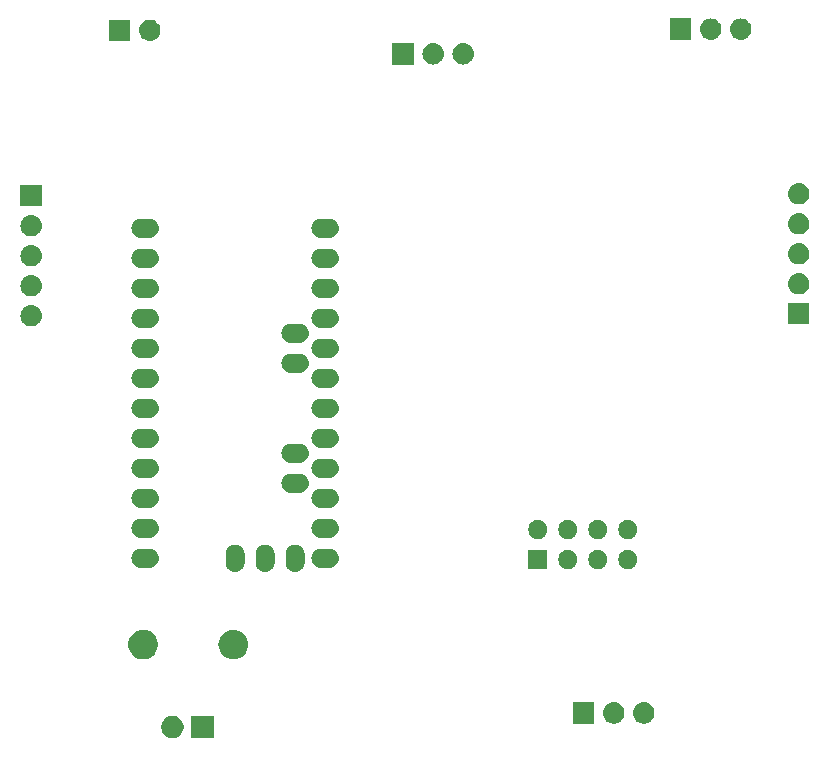
<source format=gbr>
G04 #@! TF.GenerationSoftware,KiCad,Pcbnew,5.1.2*
G04 #@! TF.CreationDate,2019-11-12T08:33:06-05:00*
G04 #@! TF.ProjectId,VS_robot_controller,56535f72-6f62-46f7-945f-636f6e74726f,rev?*
G04 #@! TF.SameCoordinates,Original*
G04 #@! TF.FileFunction,Soldermask,Bot*
G04 #@! TF.FilePolarity,Negative*
%FSLAX46Y46*%
G04 Gerber Fmt 4.6, Leading zero omitted, Abs format (unit mm)*
G04 Created by KiCad (PCBNEW 5.1.2) date 2019-11-12 08:33:06*
%MOMM*%
%LPD*%
G04 APERTURE LIST*
%ADD10C,0.100000*%
G04 APERTURE END LIST*
D10*
G36*
X188451000Y-103951000D02*
G01*
X186549000Y-103951000D01*
X186549000Y-102049000D01*
X188451000Y-102049000D01*
X188451000Y-103951000D01*
X188451000Y-103951000D01*
G37*
G36*
X185237395Y-102085546D02*
G01*
X185410466Y-102157234D01*
X185410467Y-102157235D01*
X185566227Y-102261310D01*
X185698690Y-102393773D01*
X185698691Y-102393775D01*
X185802766Y-102549534D01*
X185874454Y-102722605D01*
X185911000Y-102906333D01*
X185911000Y-103093667D01*
X185874454Y-103277395D01*
X185802766Y-103450466D01*
X185802765Y-103450467D01*
X185698690Y-103606227D01*
X185566227Y-103738690D01*
X185487818Y-103791081D01*
X185410466Y-103842766D01*
X185237395Y-103914454D01*
X185053667Y-103951000D01*
X184866333Y-103951000D01*
X184682605Y-103914454D01*
X184509534Y-103842766D01*
X184432182Y-103791081D01*
X184353773Y-103738690D01*
X184221310Y-103606227D01*
X184117235Y-103450467D01*
X184117234Y-103450466D01*
X184045546Y-103277395D01*
X184009000Y-103093667D01*
X184009000Y-102906333D01*
X184045546Y-102722605D01*
X184117234Y-102549534D01*
X184221309Y-102393775D01*
X184221310Y-102393773D01*
X184353773Y-102261310D01*
X184509533Y-102157235D01*
X184509534Y-102157234D01*
X184682605Y-102085546D01*
X184866333Y-102049000D01*
X185053667Y-102049000D01*
X185237395Y-102085546D01*
X185237395Y-102085546D01*
G37*
G36*
X222450442Y-100905518D02*
G01*
X222516627Y-100912037D01*
X222686466Y-100963557D01*
X222842991Y-101047222D01*
X222878729Y-101076552D01*
X222980186Y-101159814D01*
X223063448Y-101261271D01*
X223092778Y-101297009D01*
X223176443Y-101453534D01*
X223227963Y-101623373D01*
X223245359Y-101800000D01*
X223227963Y-101976627D01*
X223176443Y-102146466D01*
X223092778Y-102302991D01*
X223063448Y-102338729D01*
X222980186Y-102440186D01*
X222878729Y-102523448D01*
X222842991Y-102552778D01*
X222686466Y-102636443D01*
X222516627Y-102687963D01*
X222450443Y-102694481D01*
X222384260Y-102701000D01*
X222295740Y-102701000D01*
X222229557Y-102694481D01*
X222163373Y-102687963D01*
X221993534Y-102636443D01*
X221837009Y-102552778D01*
X221801271Y-102523448D01*
X221699814Y-102440186D01*
X221616552Y-102338729D01*
X221587222Y-102302991D01*
X221503557Y-102146466D01*
X221452037Y-101976627D01*
X221434641Y-101800000D01*
X221452037Y-101623373D01*
X221503557Y-101453534D01*
X221587222Y-101297009D01*
X221616552Y-101261271D01*
X221699814Y-101159814D01*
X221801271Y-101076552D01*
X221837009Y-101047222D01*
X221993534Y-100963557D01*
X222163373Y-100912037D01*
X222229557Y-100905519D01*
X222295740Y-100899000D01*
X222384260Y-100899000D01*
X222450442Y-100905518D01*
X222450442Y-100905518D01*
G37*
G36*
X224990442Y-100905518D02*
G01*
X225056627Y-100912037D01*
X225226466Y-100963557D01*
X225382991Y-101047222D01*
X225418729Y-101076552D01*
X225520186Y-101159814D01*
X225603448Y-101261271D01*
X225632778Y-101297009D01*
X225716443Y-101453534D01*
X225767963Y-101623373D01*
X225785359Y-101800000D01*
X225767963Y-101976627D01*
X225716443Y-102146466D01*
X225632778Y-102302991D01*
X225603448Y-102338729D01*
X225520186Y-102440186D01*
X225418729Y-102523448D01*
X225382991Y-102552778D01*
X225226466Y-102636443D01*
X225056627Y-102687963D01*
X224990443Y-102694481D01*
X224924260Y-102701000D01*
X224835740Y-102701000D01*
X224769557Y-102694481D01*
X224703373Y-102687963D01*
X224533534Y-102636443D01*
X224377009Y-102552778D01*
X224341271Y-102523448D01*
X224239814Y-102440186D01*
X224156552Y-102338729D01*
X224127222Y-102302991D01*
X224043557Y-102146466D01*
X223992037Y-101976627D01*
X223974641Y-101800000D01*
X223992037Y-101623373D01*
X224043557Y-101453534D01*
X224127222Y-101297009D01*
X224156552Y-101261271D01*
X224239814Y-101159814D01*
X224341271Y-101076552D01*
X224377009Y-101047222D01*
X224533534Y-100963557D01*
X224703373Y-100912037D01*
X224769557Y-100905519D01*
X224835740Y-100899000D01*
X224924260Y-100899000D01*
X224990442Y-100905518D01*
X224990442Y-100905518D01*
G37*
G36*
X220701000Y-102701000D02*
G01*
X218899000Y-102701000D01*
X218899000Y-100899000D01*
X220701000Y-100899000D01*
X220701000Y-102701000D01*
X220701000Y-102701000D01*
G37*
G36*
X190365239Y-94767101D02*
G01*
X190601053Y-94838634D01*
X190818381Y-94954799D01*
X191008871Y-95111129D01*
X191165201Y-95301619D01*
X191281366Y-95518947D01*
X191352899Y-95754761D01*
X191377053Y-96000000D01*
X191352899Y-96245239D01*
X191281366Y-96481053D01*
X191165201Y-96698381D01*
X191008871Y-96888871D01*
X190818381Y-97045201D01*
X190601053Y-97161366D01*
X190365239Y-97232899D01*
X190181457Y-97251000D01*
X190058543Y-97251000D01*
X189874761Y-97232899D01*
X189638947Y-97161366D01*
X189421619Y-97045201D01*
X189231129Y-96888871D01*
X189074799Y-96698381D01*
X188958634Y-96481053D01*
X188887101Y-96245239D01*
X188862947Y-96000000D01*
X188887101Y-95754761D01*
X188958634Y-95518947D01*
X189074799Y-95301619D01*
X189231129Y-95111129D01*
X189421619Y-94954799D01*
X189638947Y-94838634D01*
X189874761Y-94767101D01*
X190058543Y-94749000D01*
X190181457Y-94749000D01*
X190365239Y-94767101D01*
X190365239Y-94767101D01*
G37*
G36*
X182864903Y-94797075D02*
G01*
X182965236Y-94838634D01*
X183092571Y-94891378D01*
X183297466Y-95028285D01*
X183471715Y-95202534D01*
X183608622Y-95407429D01*
X183702925Y-95635097D01*
X183751000Y-95876787D01*
X183751000Y-96123213D01*
X183702925Y-96364903D01*
X183608622Y-96592571D01*
X183471715Y-96797466D01*
X183297466Y-96971715D01*
X183092571Y-97108622D01*
X183092570Y-97108623D01*
X183092569Y-97108623D01*
X182864903Y-97202925D01*
X182623214Y-97251000D01*
X182376786Y-97251000D01*
X182135097Y-97202925D01*
X181907431Y-97108623D01*
X181907430Y-97108623D01*
X181907429Y-97108622D01*
X181702534Y-96971715D01*
X181528285Y-96797466D01*
X181391378Y-96592571D01*
X181297075Y-96364903D01*
X181249000Y-96123213D01*
X181249000Y-95876787D01*
X181297075Y-95635097D01*
X181391378Y-95407429D01*
X181528285Y-95202534D01*
X181702534Y-95028285D01*
X181907429Y-94891378D01*
X182034765Y-94838634D01*
X182135097Y-94797075D01*
X182376786Y-94749000D01*
X182623214Y-94749000D01*
X182864903Y-94797075D01*
X182864903Y-94797075D01*
G37*
G36*
X192972135Y-87555778D02*
G01*
X193123232Y-87601613D01*
X193262483Y-87676044D01*
X193384538Y-87776212D01*
X193484706Y-87898267D01*
X193559137Y-88037518D01*
X193604972Y-88188615D01*
X193616570Y-88306375D01*
X193616570Y-89083625D01*
X193604972Y-89201385D01*
X193559137Y-89352482D01*
X193484706Y-89491733D01*
X193384538Y-89613788D01*
X193262482Y-89713956D01*
X193123231Y-89788387D01*
X192972134Y-89834222D01*
X192815000Y-89849698D01*
X192657865Y-89834222D01*
X192506768Y-89788387D01*
X192367517Y-89713956D01*
X192245462Y-89613788D01*
X192145294Y-89491732D01*
X192070863Y-89352481D01*
X192025028Y-89201384D01*
X192013430Y-89083624D01*
X192013430Y-88306375D01*
X192025028Y-88188615D01*
X192025028Y-88188614D01*
X192070863Y-88037519D01*
X192145293Y-87898271D01*
X192145295Y-87898267D01*
X192245463Y-87776212D01*
X192367518Y-87676044D01*
X192506769Y-87601613D01*
X192657866Y-87555778D01*
X192815000Y-87540302D01*
X192972135Y-87555778D01*
X192972135Y-87555778D01*
G37*
G36*
X195512135Y-87555778D02*
G01*
X195663232Y-87601613D01*
X195802483Y-87676044D01*
X195924538Y-87776212D01*
X196024706Y-87898267D01*
X196099137Y-88037518D01*
X196144972Y-88188615D01*
X196156570Y-88306375D01*
X196156570Y-89083625D01*
X196144972Y-89201385D01*
X196099137Y-89352482D01*
X196024706Y-89491733D01*
X195924538Y-89613788D01*
X195802482Y-89713956D01*
X195663231Y-89788387D01*
X195512134Y-89834222D01*
X195355000Y-89849698D01*
X195197865Y-89834222D01*
X195046768Y-89788387D01*
X194907517Y-89713956D01*
X194785462Y-89613788D01*
X194685294Y-89491732D01*
X194610863Y-89352481D01*
X194565028Y-89201384D01*
X194553430Y-89083624D01*
X194553430Y-88306375D01*
X194565028Y-88188615D01*
X194565028Y-88188614D01*
X194610863Y-88037519D01*
X194685293Y-87898271D01*
X194685295Y-87898267D01*
X194785463Y-87776212D01*
X194907518Y-87676044D01*
X195046769Y-87601613D01*
X195197866Y-87555778D01*
X195355000Y-87540302D01*
X195512135Y-87555778D01*
X195512135Y-87555778D01*
G37*
G36*
X190432135Y-87555778D02*
G01*
X190583232Y-87601613D01*
X190722483Y-87676044D01*
X190844538Y-87776212D01*
X190944706Y-87898267D01*
X191019137Y-88037518D01*
X191064972Y-88188615D01*
X191076570Y-88306375D01*
X191076570Y-89083625D01*
X191064972Y-89201385D01*
X191019137Y-89352482D01*
X190944706Y-89491733D01*
X190844538Y-89613788D01*
X190722482Y-89713956D01*
X190583231Y-89788387D01*
X190432134Y-89834222D01*
X190275000Y-89849698D01*
X190117865Y-89834222D01*
X189966768Y-89788387D01*
X189827517Y-89713956D01*
X189705462Y-89613788D01*
X189605294Y-89491732D01*
X189530863Y-89352481D01*
X189485028Y-89201384D01*
X189473430Y-89083624D01*
X189473430Y-88306375D01*
X189485028Y-88188615D01*
X189485028Y-88188614D01*
X189530863Y-88037519D01*
X189605293Y-87898271D01*
X189605295Y-87898267D01*
X189705463Y-87776212D01*
X189827518Y-87676044D01*
X189966769Y-87601613D01*
X190117866Y-87555778D01*
X190275000Y-87540302D01*
X190432135Y-87555778D01*
X190432135Y-87555778D01*
G37*
G36*
X216713000Y-89613000D02*
G01*
X215087000Y-89613000D01*
X215087000Y-87987000D01*
X216713000Y-87987000D01*
X216713000Y-89613000D01*
X216713000Y-89613000D01*
G37*
G36*
X218677142Y-88018242D02*
G01*
X218825101Y-88079529D01*
X218958255Y-88168499D01*
X219071501Y-88281745D01*
X219160471Y-88414899D01*
X219221758Y-88562858D01*
X219253000Y-88719925D01*
X219253000Y-88880075D01*
X219221758Y-89037142D01*
X219160471Y-89185101D01*
X219071501Y-89318255D01*
X218958255Y-89431501D01*
X218825101Y-89520471D01*
X218677142Y-89581758D01*
X218520075Y-89613000D01*
X218359925Y-89613000D01*
X218202858Y-89581758D01*
X218054899Y-89520471D01*
X217921745Y-89431501D01*
X217808499Y-89318255D01*
X217719529Y-89185101D01*
X217658242Y-89037142D01*
X217627000Y-88880075D01*
X217627000Y-88719925D01*
X217658242Y-88562858D01*
X217719529Y-88414899D01*
X217808499Y-88281745D01*
X217921745Y-88168499D01*
X218054899Y-88079529D01*
X218202858Y-88018242D01*
X218359925Y-87987000D01*
X218520075Y-87987000D01*
X218677142Y-88018242D01*
X218677142Y-88018242D01*
G37*
G36*
X221217142Y-88018242D02*
G01*
X221365101Y-88079529D01*
X221498255Y-88168499D01*
X221611501Y-88281745D01*
X221700471Y-88414899D01*
X221761758Y-88562858D01*
X221793000Y-88719925D01*
X221793000Y-88880075D01*
X221761758Y-89037142D01*
X221700471Y-89185101D01*
X221611501Y-89318255D01*
X221498255Y-89431501D01*
X221365101Y-89520471D01*
X221217142Y-89581758D01*
X221060075Y-89613000D01*
X220899925Y-89613000D01*
X220742858Y-89581758D01*
X220594899Y-89520471D01*
X220461745Y-89431501D01*
X220348499Y-89318255D01*
X220259529Y-89185101D01*
X220198242Y-89037142D01*
X220167000Y-88880075D01*
X220167000Y-88719925D01*
X220198242Y-88562858D01*
X220259529Y-88414899D01*
X220348499Y-88281745D01*
X220461745Y-88168499D01*
X220594899Y-88079529D01*
X220742858Y-88018242D01*
X220899925Y-87987000D01*
X221060075Y-87987000D01*
X221217142Y-88018242D01*
X221217142Y-88018242D01*
G37*
G36*
X223757142Y-88018242D02*
G01*
X223905101Y-88079529D01*
X224038255Y-88168499D01*
X224151501Y-88281745D01*
X224240471Y-88414899D01*
X224301758Y-88562858D01*
X224333000Y-88719925D01*
X224333000Y-88880075D01*
X224301758Y-89037142D01*
X224240471Y-89185101D01*
X224151501Y-89318255D01*
X224038255Y-89431501D01*
X223905101Y-89520471D01*
X223757142Y-89581758D01*
X223600075Y-89613000D01*
X223439925Y-89613000D01*
X223282858Y-89581758D01*
X223134899Y-89520471D01*
X223001745Y-89431501D01*
X222888499Y-89318255D01*
X222799529Y-89185101D01*
X222738242Y-89037142D01*
X222707000Y-88880075D01*
X222707000Y-88719925D01*
X222738242Y-88562858D01*
X222799529Y-88414899D01*
X222888499Y-88281745D01*
X223001745Y-88168499D01*
X223134899Y-88079529D01*
X223282858Y-88018242D01*
X223439925Y-87987000D01*
X223600075Y-87987000D01*
X223757142Y-88018242D01*
X223757142Y-88018242D01*
G37*
G36*
X198322878Y-87897296D02*
G01*
X198401385Y-87905028D01*
X198552482Y-87950863D01*
X198691733Y-88025294D01*
X198813788Y-88125462D01*
X198913956Y-88247517D01*
X198988387Y-88386768D01*
X199034222Y-88537865D01*
X199049698Y-88695000D01*
X199034222Y-88852135D01*
X198988387Y-89003232D01*
X198913956Y-89142483D01*
X198813788Y-89264538D01*
X198691733Y-89364706D01*
X198552482Y-89439137D01*
X198401385Y-89484972D01*
X198332737Y-89491733D01*
X198283626Y-89496570D01*
X197506374Y-89496570D01*
X197457263Y-89491733D01*
X197388615Y-89484972D01*
X197237518Y-89439137D01*
X197098267Y-89364706D01*
X196976212Y-89264538D01*
X196876044Y-89142483D01*
X196801613Y-89003232D01*
X196755778Y-88852135D01*
X196740302Y-88695000D01*
X196755778Y-88537865D01*
X196801613Y-88386768D01*
X196876044Y-88247517D01*
X196976212Y-88125462D01*
X197098267Y-88025294D01*
X197237518Y-87950863D01*
X197388615Y-87905028D01*
X197467122Y-87897296D01*
X197506374Y-87893430D01*
X198283626Y-87893430D01*
X198322878Y-87897296D01*
X198322878Y-87897296D01*
G37*
G36*
X183082878Y-87897296D02*
G01*
X183161385Y-87905028D01*
X183312482Y-87950863D01*
X183451733Y-88025294D01*
X183573788Y-88125462D01*
X183673956Y-88247517D01*
X183748387Y-88386768D01*
X183794222Y-88537865D01*
X183809698Y-88695000D01*
X183794222Y-88852135D01*
X183748387Y-89003232D01*
X183673956Y-89142483D01*
X183573788Y-89264538D01*
X183451733Y-89364706D01*
X183312482Y-89439137D01*
X183161385Y-89484972D01*
X183092737Y-89491733D01*
X183043626Y-89496570D01*
X182266374Y-89496570D01*
X182217263Y-89491733D01*
X182148615Y-89484972D01*
X181997518Y-89439137D01*
X181858267Y-89364706D01*
X181736212Y-89264538D01*
X181636044Y-89142483D01*
X181561613Y-89003232D01*
X181515778Y-88852135D01*
X181500302Y-88695000D01*
X181515778Y-88537865D01*
X181561613Y-88386768D01*
X181636044Y-88247517D01*
X181736212Y-88125462D01*
X181858267Y-88025294D01*
X181997518Y-87950863D01*
X182148615Y-87905028D01*
X182227122Y-87897296D01*
X182266374Y-87893430D01*
X183043626Y-87893430D01*
X183082878Y-87897296D01*
X183082878Y-87897296D01*
G37*
G36*
X221217142Y-85478242D02*
G01*
X221365101Y-85539529D01*
X221498255Y-85628499D01*
X221611501Y-85741745D01*
X221700471Y-85874899D01*
X221761758Y-86022858D01*
X221793000Y-86179925D01*
X221793000Y-86340075D01*
X221761758Y-86497142D01*
X221700471Y-86645101D01*
X221611501Y-86778255D01*
X221498255Y-86891501D01*
X221365101Y-86980471D01*
X221217142Y-87041758D01*
X221060075Y-87073000D01*
X220899925Y-87073000D01*
X220742858Y-87041758D01*
X220594899Y-86980471D01*
X220461745Y-86891501D01*
X220348499Y-86778255D01*
X220259529Y-86645101D01*
X220198242Y-86497142D01*
X220167000Y-86340075D01*
X220167000Y-86179925D01*
X220198242Y-86022858D01*
X220259529Y-85874899D01*
X220348499Y-85741745D01*
X220461745Y-85628499D01*
X220594899Y-85539529D01*
X220742858Y-85478242D01*
X220899925Y-85447000D01*
X221060075Y-85447000D01*
X221217142Y-85478242D01*
X221217142Y-85478242D01*
G37*
G36*
X216137142Y-85478242D02*
G01*
X216285101Y-85539529D01*
X216418255Y-85628499D01*
X216531501Y-85741745D01*
X216620471Y-85874899D01*
X216681758Y-86022858D01*
X216713000Y-86179925D01*
X216713000Y-86340075D01*
X216681758Y-86497142D01*
X216620471Y-86645101D01*
X216531501Y-86778255D01*
X216418255Y-86891501D01*
X216285101Y-86980471D01*
X216137142Y-87041758D01*
X215980075Y-87073000D01*
X215819925Y-87073000D01*
X215662858Y-87041758D01*
X215514899Y-86980471D01*
X215381745Y-86891501D01*
X215268499Y-86778255D01*
X215179529Y-86645101D01*
X215118242Y-86497142D01*
X215087000Y-86340075D01*
X215087000Y-86179925D01*
X215118242Y-86022858D01*
X215179529Y-85874899D01*
X215268499Y-85741745D01*
X215381745Y-85628499D01*
X215514899Y-85539529D01*
X215662858Y-85478242D01*
X215819925Y-85447000D01*
X215980075Y-85447000D01*
X216137142Y-85478242D01*
X216137142Y-85478242D01*
G37*
G36*
X218677142Y-85478242D02*
G01*
X218825101Y-85539529D01*
X218958255Y-85628499D01*
X219071501Y-85741745D01*
X219160471Y-85874899D01*
X219221758Y-86022858D01*
X219253000Y-86179925D01*
X219253000Y-86340075D01*
X219221758Y-86497142D01*
X219160471Y-86645101D01*
X219071501Y-86778255D01*
X218958255Y-86891501D01*
X218825101Y-86980471D01*
X218677142Y-87041758D01*
X218520075Y-87073000D01*
X218359925Y-87073000D01*
X218202858Y-87041758D01*
X218054899Y-86980471D01*
X217921745Y-86891501D01*
X217808499Y-86778255D01*
X217719529Y-86645101D01*
X217658242Y-86497142D01*
X217627000Y-86340075D01*
X217627000Y-86179925D01*
X217658242Y-86022858D01*
X217719529Y-85874899D01*
X217808499Y-85741745D01*
X217921745Y-85628499D01*
X218054899Y-85539529D01*
X218202858Y-85478242D01*
X218359925Y-85447000D01*
X218520075Y-85447000D01*
X218677142Y-85478242D01*
X218677142Y-85478242D01*
G37*
G36*
X223757142Y-85478242D02*
G01*
X223905101Y-85539529D01*
X224038255Y-85628499D01*
X224151501Y-85741745D01*
X224240471Y-85874899D01*
X224301758Y-86022858D01*
X224333000Y-86179925D01*
X224333000Y-86340075D01*
X224301758Y-86497142D01*
X224240471Y-86645101D01*
X224151501Y-86778255D01*
X224038255Y-86891501D01*
X223905101Y-86980471D01*
X223757142Y-87041758D01*
X223600075Y-87073000D01*
X223439925Y-87073000D01*
X223282858Y-87041758D01*
X223134899Y-86980471D01*
X223001745Y-86891501D01*
X222888499Y-86778255D01*
X222799529Y-86645101D01*
X222738242Y-86497142D01*
X222707000Y-86340075D01*
X222707000Y-86179925D01*
X222738242Y-86022858D01*
X222799529Y-85874899D01*
X222888499Y-85741745D01*
X223001745Y-85628499D01*
X223134899Y-85539529D01*
X223282858Y-85478242D01*
X223439925Y-85447000D01*
X223600075Y-85447000D01*
X223757142Y-85478242D01*
X223757142Y-85478242D01*
G37*
G36*
X198322878Y-85357296D02*
G01*
X198401385Y-85365028D01*
X198552482Y-85410863D01*
X198691733Y-85485294D01*
X198813788Y-85585462D01*
X198913956Y-85707517D01*
X198988387Y-85846768D01*
X199034222Y-85997865D01*
X199049698Y-86155000D01*
X199034222Y-86312135D01*
X198988387Y-86463232D01*
X198913956Y-86602483D01*
X198813788Y-86724538D01*
X198691733Y-86824706D01*
X198552482Y-86899137D01*
X198401385Y-86944972D01*
X198322878Y-86952704D01*
X198283626Y-86956570D01*
X197506374Y-86956570D01*
X197467122Y-86952704D01*
X197388615Y-86944972D01*
X197237518Y-86899137D01*
X197098267Y-86824706D01*
X196976212Y-86724538D01*
X196876044Y-86602483D01*
X196801613Y-86463232D01*
X196755778Y-86312135D01*
X196740302Y-86155000D01*
X196755778Y-85997865D01*
X196801613Y-85846768D01*
X196876044Y-85707517D01*
X196976212Y-85585462D01*
X197098267Y-85485294D01*
X197237518Y-85410863D01*
X197388615Y-85365028D01*
X197467122Y-85357296D01*
X197506374Y-85353430D01*
X198283626Y-85353430D01*
X198322878Y-85357296D01*
X198322878Y-85357296D01*
G37*
G36*
X183082878Y-85357296D02*
G01*
X183161385Y-85365028D01*
X183312482Y-85410863D01*
X183451733Y-85485294D01*
X183573788Y-85585462D01*
X183673956Y-85707517D01*
X183748387Y-85846768D01*
X183794222Y-85997865D01*
X183809698Y-86155000D01*
X183794222Y-86312135D01*
X183748387Y-86463232D01*
X183673956Y-86602483D01*
X183573788Y-86724538D01*
X183451733Y-86824706D01*
X183312482Y-86899137D01*
X183161385Y-86944972D01*
X183082878Y-86952704D01*
X183043626Y-86956570D01*
X182266374Y-86956570D01*
X182227122Y-86952704D01*
X182148615Y-86944972D01*
X181997518Y-86899137D01*
X181858267Y-86824706D01*
X181736212Y-86724538D01*
X181636044Y-86602483D01*
X181561613Y-86463232D01*
X181515778Y-86312135D01*
X181500302Y-86155000D01*
X181515778Y-85997865D01*
X181561613Y-85846768D01*
X181636044Y-85707517D01*
X181736212Y-85585462D01*
X181858267Y-85485294D01*
X181997518Y-85410863D01*
X182148615Y-85365028D01*
X182227122Y-85357296D01*
X182266374Y-85353430D01*
X183043626Y-85353430D01*
X183082878Y-85357296D01*
X183082878Y-85357296D01*
G37*
G36*
X183082878Y-82817296D02*
G01*
X183161385Y-82825028D01*
X183312482Y-82870863D01*
X183451733Y-82945294D01*
X183573788Y-83045462D01*
X183673956Y-83167517D01*
X183748387Y-83306768D01*
X183794222Y-83457865D01*
X183809698Y-83615000D01*
X183794222Y-83772135D01*
X183748387Y-83923232D01*
X183673956Y-84062483D01*
X183573788Y-84184538D01*
X183451733Y-84284706D01*
X183312482Y-84359137D01*
X183161385Y-84404972D01*
X183082878Y-84412704D01*
X183043626Y-84416570D01*
X182266374Y-84416570D01*
X182227122Y-84412704D01*
X182148615Y-84404972D01*
X181997518Y-84359137D01*
X181858267Y-84284706D01*
X181736212Y-84184538D01*
X181636044Y-84062483D01*
X181561613Y-83923232D01*
X181515778Y-83772135D01*
X181500302Y-83615000D01*
X181515778Y-83457865D01*
X181561613Y-83306768D01*
X181636044Y-83167517D01*
X181736212Y-83045462D01*
X181858267Y-82945294D01*
X181997518Y-82870863D01*
X182148615Y-82825028D01*
X182227122Y-82817296D01*
X182266374Y-82813430D01*
X183043626Y-82813430D01*
X183082878Y-82817296D01*
X183082878Y-82817296D01*
G37*
G36*
X198322878Y-82817296D02*
G01*
X198401385Y-82825028D01*
X198552482Y-82870863D01*
X198691733Y-82945294D01*
X198813788Y-83045462D01*
X198913956Y-83167517D01*
X198988387Y-83306768D01*
X199034222Y-83457865D01*
X199049698Y-83615000D01*
X199034222Y-83772135D01*
X198988387Y-83923232D01*
X198913956Y-84062483D01*
X198813788Y-84184538D01*
X198691733Y-84284706D01*
X198552482Y-84359137D01*
X198401385Y-84404972D01*
X198322878Y-84412704D01*
X198283626Y-84416570D01*
X197506374Y-84416570D01*
X197467122Y-84412704D01*
X197388615Y-84404972D01*
X197237518Y-84359137D01*
X197098267Y-84284706D01*
X196976212Y-84184538D01*
X196876044Y-84062483D01*
X196801613Y-83923232D01*
X196755778Y-83772135D01*
X196740302Y-83615000D01*
X196755778Y-83457865D01*
X196801613Y-83306768D01*
X196876044Y-83167517D01*
X196976212Y-83045462D01*
X197098267Y-82945294D01*
X197237518Y-82870863D01*
X197388615Y-82825028D01*
X197467122Y-82817296D01*
X197506374Y-82813430D01*
X198283626Y-82813430D01*
X198322878Y-82817296D01*
X198322878Y-82817296D01*
G37*
G36*
X195782878Y-81547296D02*
G01*
X195861385Y-81555028D01*
X196012482Y-81600863D01*
X196151733Y-81675294D01*
X196273788Y-81775462D01*
X196373956Y-81897517D01*
X196448387Y-82036768D01*
X196494222Y-82187865D01*
X196509698Y-82345000D01*
X196494222Y-82502135D01*
X196448387Y-82653232D01*
X196373956Y-82792483D01*
X196273788Y-82914538D01*
X196151733Y-83014706D01*
X196012482Y-83089137D01*
X195861385Y-83134972D01*
X195782878Y-83142704D01*
X195743626Y-83146570D01*
X194966374Y-83146570D01*
X194927122Y-83142704D01*
X194848615Y-83134972D01*
X194697518Y-83089137D01*
X194558267Y-83014706D01*
X194436212Y-82914538D01*
X194336044Y-82792483D01*
X194261613Y-82653232D01*
X194215778Y-82502135D01*
X194200302Y-82345000D01*
X194215778Y-82187865D01*
X194261613Y-82036768D01*
X194336044Y-81897517D01*
X194436212Y-81775462D01*
X194558267Y-81675294D01*
X194697518Y-81600863D01*
X194848615Y-81555028D01*
X194927122Y-81547296D01*
X194966374Y-81543430D01*
X195743626Y-81543430D01*
X195782878Y-81547296D01*
X195782878Y-81547296D01*
G37*
G36*
X198322878Y-80277296D02*
G01*
X198401385Y-80285028D01*
X198552482Y-80330863D01*
X198691733Y-80405294D01*
X198813788Y-80505462D01*
X198913956Y-80627517D01*
X198988387Y-80766768D01*
X199034222Y-80917865D01*
X199049698Y-81075000D01*
X199034222Y-81232135D01*
X198988387Y-81383232D01*
X198913956Y-81522483D01*
X198813788Y-81644538D01*
X198691733Y-81744706D01*
X198552482Y-81819137D01*
X198401385Y-81864972D01*
X198322878Y-81872704D01*
X198283626Y-81876570D01*
X197506374Y-81876570D01*
X197467122Y-81872704D01*
X197388615Y-81864972D01*
X197237518Y-81819137D01*
X197098267Y-81744706D01*
X196976212Y-81644538D01*
X196876044Y-81522483D01*
X196801613Y-81383232D01*
X196755778Y-81232135D01*
X196740302Y-81075000D01*
X196755778Y-80917865D01*
X196801613Y-80766768D01*
X196876044Y-80627517D01*
X196976212Y-80505462D01*
X197098267Y-80405294D01*
X197237518Y-80330863D01*
X197388615Y-80285028D01*
X197467122Y-80277296D01*
X197506374Y-80273430D01*
X198283626Y-80273430D01*
X198322878Y-80277296D01*
X198322878Y-80277296D01*
G37*
G36*
X183082878Y-80277296D02*
G01*
X183161385Y-80285028D01*
X183312482Y-80330863D01*
X183451733Y-80405294D01*
X183573788Y-80505462D01*
X183673956Y-80627517D01*
X183748387Y-80766768D01*
X183794222Y-80917865D01*
X183809698Y-81075000D01*
X183794222Y-81232135D01*
X183748387Y-81383232D01*
X183673956Y-81522483D01*
X183573788Y-81644538D01*
X183451733Y-81744706D01*
X183312482Y-81819137D01*
X183161385Y-81864972D01*
X183082878Y-81872704D01*
X183043626Y-81876570D01*
X182266374Y-81876570D01*
X182227122Y-81872704D01*
X182148615Y-81864972D01*
X181997518Y-81819137D01*
X181858267Y-81744706D01*
X181736212Y-81644538D01*
X181636044Y-81522483D01*
X181561613Y-81383232D01*
X181515778Y-81232135D01*
X181500302Y-81075000D01*
X181515778Y-80917865D01*
X181561613Y-80766768D01*
X181636044Y-80627517D01*
X181736212Y-80505462D01*
X181858267Y-80405294D01*
X181997518Y-80330863D01*
X182148615Y-80285028D01*
X182227122Y-80277296D01*
X182266374Y-80273430D01*
X183043626Y-80273430D01*
X183082878Y-80277296D01*
X183082878Y-80277296D01*
G37*
G36*
X195782878Y-79007296D02*
G01*
X195861385Y-79015028D01*
X196012482Y-79060863D01*
X196151733Y-79135294D01*
X196273788Y-79235462D01*
X196373956Y-79357517D01*
X196448387Y-79496768D01*
X196494222Y-79647865D01*
X196509698Y-79805000D01*
X196494222Y-79962135D01*
X196448387Y-80113232D01*
X196373956Y-80252483D01*
X196273788Y-80374538D01*
X196151733Y-80474706D01*
X196012482Y-80549137D01*
X195861385Y-80594972D01*
X195782878Y-80602704D01*
X195743626Y-80606570D01*
X194966374Y-80606570D01*
X194927122Y-80602704D01*
X194848615Y-80594972D01*
X194697518Y-80549137D01*
X194558267Y-80474706D01*
X194436212Y-80374538D01*
X194336044Y-80252483D01*
X194261613Y-80113232D01*
X194215778Y-79962135D01*
X194200302Y-79805000D01*
X194215778Y-79647865D01*
X194261613Y-79496768D01*
X194336044Y-79357517D01*
X194436212Y-79235462D01*
X194558267Y-79135294D01*
X194697518Y-79060863D01*
X194848615Y-79015028D01*
X194927122Y-79007296D01*
X194966374Y-79003430D01*
X195743626Y-79003430D01*
X195782878Y-79007296D01*
X195782878Y-79007296D01*
G37*
G36*
X183082878Y-77737296D02*
G01*
X183161385Y-77745028D01*
X183312482Y-77790863D01*
X183451733Y-77865294D01*
X183573788Y-77965462D01*
X183673956Y-78087517D01*
X183748387Y-78226768D01*
X183794222Y-78377865D01*
X183809698Y-78535000D01*
X183794222Y-78692135D01*
X183748387Y-78843232D01*
X183673956Y-78982483D01*
X183573788Y-79104538D01*
X183451733Y-79204706D01*
X183312482Y-79279137D01*
X183161385Y-79324972D01*
X183082878Y-79332704D01*
X183043626Y-79336570D01*
X182266374Y-79336570D01*
X182227122Y-79332704D01*
X182148615Y-79324972D01*
X181997518Y-79279137D01*
X181858267Y-79204706D01*
X181736212Y-79104538D01*
X181636044Y-78982483D01*
X181561613Y-78843232D01*
X181515778Y-78692135D01*
X181500302Y-78535000D01*
X181515778Y-78377865D01*
X181561613Y-78226768D01*
X181636044Y-78087517D01*
X181736212Y-77965462D01*
X181858267Y-77865294D01*
X181997518Y-77790863D01*
X182148615Y-77745028D01*
X182227122Y-77737296D01*
X182266374Y-77733430D01*
X183043626Y-77733430D01*
X183082878Y-77737296D01*
X183082878Y-77737296D01*
G37*
G36*
X198322878Y-77737296D02*
G01*
X198401385Y-77745028D01*
X198552482Y-77790863D01*
X198691733Y-77865294D01*
X198813788Y-77965462D01*
X198913956Y-78087517D01*
X198988387Y-78226768D01*
X199034222Y-78377865D01*
X199049698Y-78535000D01*
X199034222Y-78692135D01*
X198988387Y-78843232D01*
X198913956Y-78982483D01*
X198813788Y-79104538D01*
X198691733Y-79204706D01*
X198552482Y-79279137D01*
X198401385Y-79324972D01*
X198322878Y-79332704D01*
X198283626Y-79336570D01*
X197506374Y-79336570D01*
X197467122Y-79332704D01*
X197388615Y-79324972D01*
X197237518Y-79279137D01*
X197098267Y-79204706D01*
X196976212Y-79104538D01*
X196876044Y-78982483D01*
X196801613Y-78843232D01*
X196755778Y-78692135D01*
X196740302Y-78535000D01*
X196755778Y-78377865D01*
X196801613Y-78226768D01*
X196876044Y-78087517D01*
X196976212Y-77965462D01*
X197098267Y-77865294D01*
X197237518Y-77790863D01*
X197388615Y-77745028D01*
X197467122Y-77737296D01*
X197506374Y-77733430D01*
X198283626Y-77733430D01*
X198322878Y-77737296D01*
X198322878Y-77737296D01*
G37*
G36*
X183082878Y-75197296D02*
G01*
X183161385Y-75205028D01*
X183312482Y-75250863D01*
X183451733Y-75325294D01*
X183573788Y-75425462D01*
X183673956Y-75547517D01*
X183748387Y-75686768D01*
X183794222Y-75837865D01*
X183809698Y-75995000D01*
X183794222Y-76152135D01*
X183748387Y-76303232D01*
X183673956Y-76442483D01*
X183573788Y-76564538D01*
X183451733Y-76664706D01*
X183312482Y-76739137D01*
X183161385Y-76784972D01*
X183082878Y-76792704D01*
X183043626Y-76796570D01*
X182266374Y-76796570D01*
X182227122Y-76792704D01*
X182148615Y-76784972D01*
X181997518Y-76739137D01*
X181858267Y-76664706D01*
X181736212Y-76564538D01*
X181636044Y-76442483D01*
X181561613Y-76303232D01*
X181515778Y-76152135D01*
X181500302Y-75995000D01*
X181515778Y-75837865D01*
X181561613Y-75686768D01*
X181636044Y-75547517D01*
X181736212Y-75425462D01*
X181858267Y-75325294D01*
X181997518Y-75250863D01*
X182148615Y-75205028D01*
X182227122Y-75197296D01*
X182266374Y-75193430D01*
X183043626Y-75193430D01*
X183082878Y-75197296D01*
X183082878Y-75197296D01*
G37*
G36*
X198322878Y-75197296D02*
G01*
X198401385Y-75205028D01*
X198552482Y-75250863D01*
X198691733Y-75325294D01*
X198813788Y-75425462D01*
X198913956Y-75547517D01*
X198988387Y-75686768D01*
X199034222Y-75837865D01*
X199049698Y-75995000D01*
X199034222Y-76152135D01*
X198988387Y-76303232D01*
X198913956Y-76442483D01*
X198813788Y-76564538D01*
X198691733Y-76664706D01*
X198552482Y-76739137D01*
X198401385Y-76784972D01*
X198322878Y-76792704D01*
X198283626Y-76796570D01*
X197506374Y-76796570D01*
X197467122Y-76792704D01*
X197388615Y-76784972D01*
X197237518Y-76739137D01*
X197098267Y-76664706D01*
X196976212Y-76564538D01*
X196876044Y-76442483D01*
X196801613Y-76303232D01*
X196755778Y-76152135D01*
X196740302Y-75995000D01*
X196755778Y-75837865D01*
X196801613Y-75686768D01*
X196876044Y-75547517D01*
X196976212Y-75425462D01*
X197098267Y-75325294D01*
X197237518Y-75250863D01*
X197388615Y-75205028D01*
X197467122Y-75197296D01*
X197506374Y-75193430D01*
X198283626Y-75193430D01*
X198322878Y-75197296D01*
X198322878Y-75197296D01*
G37*
G36*
X183082878Y-72657296D02*
G01*
X183161385Y-72665028D01*
X183312482Y-72710863D01*
X183451733Y-72785294D01*
X183573788Y-72885462D01*
X183673956Y-73007517D01*
X183748387Y-73146768D01*
X183794222Y-73297865D01*
X183809698Y-73455000D01*
X183794222Y-73612135D01*
X183748387Y-73763232D01*
X183673956Y-73902483D01*
X183573788Y-74024538D01*
X183451733Y-74124706D01*
X183312482Y-74199137D01*
X183161385Y-74244972D01*
X183082878Y-74252704D01*
X183043626Y-74256570D01*
X182266374Y-74256570D01*
X182227122Y-74252704D01*
X182148615Y-74244972D01*
X181997518Y-74199137D01*
X181858267Y-74124706D01*
X181736212Y-74024538D01*
X181636044Y-73902483D01*
X181561613Y-73763232D01*
X181515778Y-73612135D01*
X181500302Y-73455000D01*
X181515778Y-73297865D01*
X181561613Y-73146768D01*
X181636044Y-73007517D01*
X181736212Y-72885462D01*
X181858267Y-72785294D01*
X181997518Y-72710863D01*
X182148615Y-72665028D01*
X182227122Y-72657296D01*
X182266374Y-72653430D01*
X183043626Y-72653430D01*
X183082878Y-72657296D01*
X183082878Y-72657296D01*
G37*
G36*
X198322878Y-72657296D02*
G01*
X198401385Y-72665028D01*
X198552482Y-72710863D01*
X198691733Y-72785294D01*
X198813788Y-72885462D01*
X198913956Y-73007517D01*
X198988387Y-73146768D01*
X199034222Y-73297865D01*
X199049698Y-73455000D01*
X199034222Y-73612135D01*
X198988387Y-73763232D01*
X198913956Y-73902483D01*
X198813788Y-74024538D01*
X198691733Y-74124706D01*
X198552482Y-74199137D01*
X198401385Y-74244972D01*
X198322878Y-74252704D01*
X198283626Y-74256570D01*
X197506374Y-74256570D01*
X197467122Y-74252704D01*
X197388615Y-74244972D01*
X197237518Y-74199137D01*
X197098267Y-74124706D01*
X196976212Y-74024538D01*
X196876044Y-73902483D01*
X196801613Y-73763232D01*
X196755778Y-73612135D01*
X196740302Y-73455000D01*
X196755778Y-73297865D01*
X196801613Y-73146768D01*
X196876044Y-73007517D01*
X196976212Y-72885462D01*
X197098267Y-72785294D01*
X197237518Y-72710863D01*
X197388615Y-72665028D01*
X197467122Y-72657296D01*
X197506374Y-72653430D01*
X198283626Y-72653430D01*
X198322878Y-72657296D01*
X198322878Y-72657296D01*
G37*
G36*
X195782878Y-71387296D02*
G01*
X195861385Y-71395028D01*
X196012482Y-71440863D01*
X196151733Y-71515294D01*
X196273788Y-71615462D01*
X196373956Y-71737517D01*
X196448387Y-71876768D01*
X196494222Y-72027865D01*
X196509698Y-72185000D01*
X196494222Y-72342135D01*
X196448387Y-72493232D01*
X196373956Y-72632483D01*
X196273788Y-72754538D01*
X196151733Y-72854706D01*
X196012482Y-72929137D01*
X195861385Y-72974972D01*
X195782878Y-72982704D01*
X195743626Y-72986570D01*
X194966374Y-72986570D01*
X194927122Y-72982704D01*
X194848615Y-72974972D01*
X194697518Y-72929137D01*
X194558267Y-72854706D01*
X194436212Y-72754538D01*
X194336044Y-72632483D01*
X194261613Y-72493232D01*
X194215778Y-72342135D01*
X194200302Y-72185000D01*
X194215778Y-72027865D01*
X194261613Y-71876768D01*
X194336044Y-71737517D01*
X194436212Y-71615462D01*
X194558267Y-71515294D01*
X194697518Y-71440863D01*
X194848615Y-71395028D01*
X194927122Y-71387296D01*
X194966374Y-71383430D01*
X195743626Y-71383430D01*
X195782878Y-71387296D01*
X195782878Y-71387296D01*
G37*
G36*
X198322878Y-70117296D02*
G01*
X198401385Y-70125028D01*
X198552482Y-70170863D01*
X198691733Y-70245294D01*
X198813788Y-70345462D01*
X198913956Y-70467517D01*
X198988387Y-70606768D01*
X199034222Y-70757865D01*
X199049698Y-70915000D01*
X199034222Y-71072135D01*
X198988387Y-71223232D01*
X198913956Y-71362483D01*
X198813788Y-71484538D01*
X198691733Y-71584706D01*
X198552482Y-71659137D01*
X198401385Y-71704972D01*
X198322878Y-71712704D01*
X198283626Y-71716570D01*
X197506374Y-71716570D01*
X197467122Y-71712704D01*
X197388615Y-71704972D01*
X197237518Y-71659137D01*
X197098267Y-71584706D01*
X196976212Y-71484538D01*
X196876044Y-71362483D01*
X196801613Y-71223232D01*
X196755778Y-71072135D01*
X196740302Y-70915000D01*
X196755778Y-70757865D01*
X196801613Y-70606768D01*
X196876044Y-70467517D01*
X196976212Y-70345462D01*
X197098267Y-70245294D01*
X197237518Y-70170863D01*
X197388615Y-70125028D01*
X197467122Y-70117296D01*
X197506374Y-70113430D01*
X198283626Y-70113430D01*
X198322878Y-70117296D01*
X198322878Y-70117296D01*
G37*
G36*
X183082878Y-70117296D02*
G01*
X183161385Y-70125028D01*
X183312482Y-70170863D01*
X183451733Y-70245294D01*
X183573788Y-70345462D01*
X183673956Y-70467517D01*
X183748387Y-70606768D01*
X183794222Y-70757865D01*
X183809698Y-70915000D01*
X183794222Y-71072135D01*
X183748387Y-71223232D01*
X183673956Y-71362483D01*
X183573788Y-71484538D01*
X183451733Y-71584706D01*
X183312482Y-71659137D01*
X183161385Y-71704972D01*
X183082878Y-71712704D01*
X183043626Y-71716570D01*
X182266374Y-71716570D01*
X182227122Y-71712704D01*
X182148615Y-71704972D01*
X181997518Y-71659137D01*
X181858267Y-71584706D01*
X181736212Y-71484538D01*
X181636044Y-71362483D01*
X181561613Y-71223232D01*
X181515778Y-71072135D01*
X181500302Y-70915000D01*
X181515778Y-70757865D01*
X181561613Y-70606768D01*
X181636044Y-70467517D01*
X181736212Y-70345462D01*
X181858267Y-70245294D01*
X181997518Y-70170863D01*
X182148615Y-70125028D01*
X182227122Y-70117296D01*
X182266374Y-70113430D01*
X183043626Y-70113430D01*
X183082878Y-70117296D01*
X183082878Y-70117296D01*
G37*
G36*
X195782878Y-68847296D02*
G01*
X195861385Y-68855028D01*
X196012482Y-68900863D01*
X196012484Y-68900864D01*
X196034775Y-68912779D01*
X196151733Y-68975294D01*
X196273788Y-69075462D01*
X196373956Y-69197517D01*
X196448387Y-69336768D01*
X196494222Y-69487865D01*
X196509698Y-69645000D01*
X196494222Y-69802135D01*
X196448387Y-69953232D01*
X196373956Y-70092483D01*
X196273788Y-70214538D01*
X196151733Y-70314706D01*
X196012482Y-70389137D01*
X195861385Y-70434972D01*
X195782878Y-70442704D01*
X195743626Y-70446570D01*
X194966374Y-70446570D01*
X194927122Y-70442704D01*
X194848615Y-70434972D01*
X194697518Y-70389137D01*
X194558267Y-70314706D01*
X194436212Y-70214538D01*
X194336044Y-70092483D01*
X194261613Y-69953232D01*
X194215778Y-69802135D01*
X194200302Y-69645000D01*
X194215778Y-69487865D01*
X194261613Y-69336768D01*
X194336044Y-69197517D01*
X194436212Y-69075462D01*
X194558267Y-68975294D01*
X194675225Y-68912779D01*
X194697516Y-68900864D01*
X194697518Y-68900863D01*
X194848615Y-68855028D01*
X194927122Y-68847296D01*
X194966374Y-68843430D01*
X195743626Y-68843430D01*
X195782878Y-68847296D01*
X195782878Y-68847296D01*
G37*
G36*
X183082878Y-67577296D02*
G01*
X183161385Y-67585028D01*
X183312482Y-67630863D01*
X183451733Y-67705294D01*
X183573788Y-67805462D01*
X183673956Y-67927517D01*
X183748387Y-68066768D01*
X183794222Y-68217865D01*
X183809698Y-68375000D01*
X183794222Y-68532135D01*
X183748387Y-68683232D01*
X183673956Y-68822483D01*
X183573788Y-68944538D01*
X183451733Y-69044706D01*
X183312482Y-69119137D01*
X183161385Y-69164972D01*
X183082878Y-69172704D01*
X183043626Y-69176570D01*
X182266374Y-69176570D01*
X182227122Y-69172704D01*
X182148615Y-69164972D01*
X181997518Y-69119137D01*
X181858267Y-69044706D01*
X181736212Y-68944538D01*
X181636044Y-68822483D01*
X181561613Y-68683232D01*
X181515778Y-68532135D01*
X181500302Y-68375000D01*
X181515778Y-68217865D01*
X181561613Y-68066768D01*
X181636044Y-67927517D01*
X181736212Y-67805462D01*
X181858267Y-67705294D01*
X181997518Y-67630863D01*
X182148615Y-67585028D01*
X182227122Y-67577296D01*
X182266374Y-67573430D01*
X183043626Y-67573430D01*
X183082878Y-67577296D01*
X183082878Y-67577296D01*
G37*
G36*
X198322878Y-67577296D02*
G01*
X198401385Y-67585028D01*
X198552482Y-67630863D01*
X198691733Y-67705294D01*
X198813788Y-67805462D01*
X198913956Y-67927517D01*
X198988387Y-68066768D01*
X199034222Y-68217865D01*
X199049698Y-68375000D01*
X199034222Y-68532135D01*
X198988387Y-68683232D01*
X198913956Y-68822483D01*
X198813788Y-68944538D01*
X198691733Y-69044706D01*
X198552482Y-69119137D01*
X198401385Y-69164972D01*
X198322878Y-69172704D01*
X198283626Y-69176570D01*
X197506374Y-69176570D01*
X197467122Y-69172704D01*
X197388615Y-69164972D01*
X197237518Y-69119137D01*
X197098267Y-69044706D01*
X196976212Y-68944538D01*
X196876044Y-68822483D01*
X196801613Y-68683232D01*
X196755778Y-68532135D01*
X196740302Y-68375000D01*
X196755778Y-68217865D01*
X196801613Y-68066768D01*
X196876044Y-67927517D01*
X196976212Y-67805462D01*
X197098267Y-67705294D01*
X197237518Y-67630863D01*
X197388615Y-67585028D01*
X197467122Y-67577296D01*
X197506374Y-67573430D01*
X198283626Y-67573430D01*
X198322878Y-67577296D01*
X198322878Y-67577296D01*
G37*
G36*
X173110442Y-67265518D02*
G01*
X173176627Y-67272037D01*
X173346466Y-67323557D01*
X173502991Y-67407222D01*
X173538729Y-67436552D01*
X173640186Y-67519814D01*
X173723448Y-67621271D01*
X173752778Y-67657009D01*
X173836443Y-67813534D01*
X173887963Y-67983373D01*
X173905359Y-68160000D01*
X173887963Y-68336627D01*
X173836443Y-68506466D01*
X173752778Y-68662991D01*
X173736165Y-68683234D01*
X173640186Y-68800186D01*
X173538729Y-68883448D01*
X173502991Y-68912778D01*
X173346466Y-68996443D01*
X173176627Y-69047963D01*
X173110442Y-69054482D01*
X173044260Y-69061000D01*
X172955740Y-69061000D01*
X172889558Y-69054482D01*
X172823373Y-69047963D01*
X172653534Y-68996443D01*
X172497009Y-68912778D01*
X172461271Y-68883448D01*
X172359814Y-68800186D01*
X172263835Y-68683234D01*
X172247222Y-68662991D01*
X172163557Y-68506466D01*
X172112037Y-68336627D01*
X172094641Y-68160000D01*
X172112037Y-67983373D01*
X172163557Y-67813534D01*
X172247222Y-67657009D01*
X172276552Y-67621271D01*
X172359814Y-67519814D01*
X172461271Y-67436552D01*
X172497009Y-67407222D01*
X172653534Y-67323557D01*
X172823373Y-67272037D01*
X172889558Y-67265518D01*
X172955740Y-67259000D01*
X173044260Y-67259000D01*
X173110442Y-67265518D01*
X173110442Y-67265518D01*
G37*
G36*
X238901000Y-68901000D02*
G01*
X237099000Y-68901000D01*
X237099000Y-67099000D01*
X238901000Y-67099000D01*
X238901000Y-68901000D01*
X238901000Y-68901000D01*
G37*
G36*
X183082878Y-65037296D02*
G01*
X183161385Y-65045028D01*
X183312482Y-65090863D01*
X183451733Y-65165294D01*
X183573788Y-65265462D01*
X183673956Y-65387517D01*
X183748387Y-65526768D01*
X183794222Y-65677865D01*
X183809698Y-65835000D01*
X183794222Y-65992135D01*
X183748387Y-66143232D01*
X183673956Y-66282483D01*
X183573788Y-66404538D01*
X183451733Y-66504706D01*
X183312482Y-66579137D01*
X183161385Y-66624972D01*
X183082878Y-66632704D01*
X183043626Y-66636570D01*
X182266374Y-66636570D01*
X182227122Y-66632704D01*
X182148615Y-66624972D01*
X181997518Y-66579137D01*
X181858267Y-66504706D01*
X181736212Y-66404538D01*
X181636044Y-66282483D01*
X181561613Y-66143232D01*
X181515778Y-65992135D01*
X181500302Y-65835000D01*
X181515778Y-65677865D01*
X181561613Y-65526768D01*
X181636044Y-65387517D01*
X181736212Y-65265462D01*
X181858267Y-65165294D01*
X181997518Y-65090863D01*
X182148615Y-65045028D01*
X182227122Y-65037296D01*
X182266374Y-65033430D01*
X183043626Y-65033430D01*
X183082878Y-65037296D01*
X183082878Y-65037296D01*
G37*
G36*
X198322878Y-65037296D02*
G01*
X198401385Y-65045028D01*
X198552482Y-65090863D01*
X198691733Y-65165294D01*
X198813788Y-65265462D01*
X198913956Y-65387517D01*
X198988387Y-65526768D01*
X199034222Y-65677865D01*
X199049698Y-65835000D01*
X199034222Y-65992135D01*
X198988387Y-66143232D01*
X198913956Y-66282483D01*
X198813788Y-66404538D01*
X198691733Y-66504706D01*
X198552482Y-66579137D01*
X198401385Y-66624972D01*
X198322878Y-66632704D01*
X198283626Y-66636570D01*
X197506374Y-66636570D01*
X197467122Y-66632704D01*
X197388615Y-66624972D01*
X197237518Y-66579137D01*
X197098267Y-66504706D01*
X196976212Y-66404538D01*
X196876044Y-66282483D01*
X196801613Y-66143232D01*
X196755778Y-65992135D01*
X196740302Y-65835000D01*
X196755778Y-65677865D01*
X196801613Y-65526768D01*
X196876044Y-65387517D01*
X196976212Y-65265462D01*
X197098267Y-65165294D01*
X197237518Y-65090863D01*
X197388615Y-65045028D01*
X197467122Y-65037296D01*
X197506374Y-65033430D01*
X198283626Y-65033430D01*
X198322878Y-65037296D01*
X198322878Y-65037296D01*
G37*
G36*
X173110443Y-64725519D02*
G01*
X173176627Y-64732037D01*
X173346466Y-64783557D01*
X173502991Y-64867222D01*
X173538729Y-64896552D01*
X173640186Y-64979814D01*
X173723448Y-65081271D01*
X173752778Y-65117009D01*
X173836443Y-65273534D01*
X173887963Y-65443373D01*
X173905359Y-65620000D01*
X173887963Y-65796627D01*
X173836443Y-65966466D01*
X173752778Y-66122991D01*
X173736165Y-66143234D01*
X173640186Y-66260186D01*
X173538729Y-66343448D01*
X173502991Y-66372778D01*
X173346466Y-66456443D01*
X173176627Y-66507963D01*
X173110442Y-66514482D01*
X173044260Y-66521000D01*
X172955740Y-66521000D01*
X172889558Y-66514482D01*
X172823373Y-66507963D01*
X172653534Y-66456443D01*
X172497009Y-66372778D01*
X172461271Y-66343448D01*
X172359814Y-66260186D01*
X172263835Y-66143234D01*
X172247222Y-66122991D01*
X172163557Y-65966466D01*
X172112037Y-65796627D01*
X172094641Y-65620000D01*
X172112037Y-65443373D01*
X172163557Y-65273534D01*
X172247222Y-65117009D01*
X172276552Y-65081271D01*
X172359814Y-64979814D01*
X172461271Y-64896552D01*
X172497009Y-64867222D01*
X172653534Y-64783557D01*
X172823373Y-64732037D01*
X172889557Y-64725519D01*
X172955740Y-64719000D01*
X173044260Y-64719000D01*
X173110443Y-64725519D01*
X173110443Y-64725519D01*
G37*
G36*
X238110443Y-64565519D02*
G01*
X238176627Y-64572037D01*
X238346466Y-64623557D01*
X238502991Y-64707222D01*
X238517342Y-64719000D01*
X238640186Y-64819814D01*
X238723448Y-64921271D01*
X238752778Y-64957009D01*
X238752779Y-64957011D01*
X238799826Y-65045028D01*
X238836443Y-65113534D01*
X238887963Y-65283373D01*
X238905359Y-65460000D01*
X238887963Y-65636627D01*
X238836443Y-65806466D01*
X238752778Y-65962991D01*
X238728860Y-65992135D01*
X238640186Y-66100186D01*
X238538729Y-66183448D01*
X238502991Y-66212778D01*
X238346466Y-66296443D01*
X238176627Y-66347963D01*
X238110443Y-66354481D01*
X238044260Y-66361000D01*
X237955740Y-66361000D01*
X237889557Y-66354481D01*
X237823373Y-66347963D01*
X237653534Y-66296443D01*
X237497009Y-66212778D01*
X237461271Y-66183448D01*
X237359814Y-66100186D01*
X237271140Y-65992135D01*
X237247222Y-65962991D01*
X237163557Y-65806466D01*
X237112037Y-65636627D01*
X237094641Y-65460000D01*
X237112037Y-65283373D01*
X237163557Y-65113534D01*
X237200175Y-65045028D01*
X237247221Y-64957011D01*
X237247222Y-64957009D01*
X237276552Y-64921271D01*
X237359814Y-64819814D01*
X237482658Y-64719000D01*
X237497009Y-64707222D01*
X237653534Y-64623557D01*
X237823373Y-64572037D01*
X237889557Y-64565519D01*
X237955740Y-64559000D01*
X238044260Y-64559000D01*
X238110443Y-64565519D01*
X238110443Y-64565519D01*
G37*
G36*
X198322878Y-62497296D02*
G01*
X198401385Y-62505028D01*
X198552482Y-62550863D01*
X198691733Y-62625294D01*
X198813788Y-62725462D01*
X198913956Y-62847517D01*
X198988387Y-62986768D01*
X199034222Y-63137865D01*
X199049698Y-63295000D01*
X199034222Y-63452135D01*
X198988387Y-63603232D01*
X198913956Y-63742483D01*
X198813788Y-63864538D01*
X198691733Y-63964706D01*
X198552482Y-64039137D01*
X198401385Y-64084972D01*
X198322878Y-64092704D01*
X198283626Y-64096570D01*
X197506374Y-64096570D01*
X197467122Y-64092704D01*
X197388615Y-64084972D01*
X197237518Y-64039137D01*
X197098267Y-63964706D01*
X196976212Y-63864538D01*
X196876044Y-63742483D01*
X196801613Y-63603232D01*
X196755778Y-63452135D01*
X196740302Y-63295000D01*
X196755778Y-63137865D01*
X196801613Y-62986768D01*
X196876044Y-62847517D01*
X196976212Y-62725462D01*
X197098267Y-62625294D01*
X197237518Y-62550863D01*
X197388615Y-62505028D01*
X197467122Y-62497296D01*
X197506374Y-62493430D01*
X198283626Y-62493430D01*
X198322878Y-62497296D01*
X198322878Y-62497296D01*
G37*
G36*
X183082878Y-62497296D02*
G01*
X183161385Y-62505028D01*
X183312482Y-62550863D01*
X183451733Y-62625294D01*
X183573788Y-62725462D01*
X183673956Y-62847517D01*
X183748387Y-62986768D01*
X183794222Y-63137865D01*
X183809698Y-63295000D01*
X183794222Y-63452135D01*
X183748387Y-63603232D01*
X183673956Y-63742483D01*
X183573788Y-63864538D01*
X183451733Y-63964706D01*
X183312482Y-64039137D01*
X183161385Y-64084972D01*
X183082878Y-64092704D01*
X183043626Y-64096570D01*
X182266374Y-64096570D01*
X182227122Y-64092704D01*
X182148615Y-64084972D01*
X181997518Y-64039137D01*
X181858267Y-63964706D01*
X181736212Y-63864538D01*
X181636044Y-63742483D01*
X181561613Y-63603232D01*
X181515778Y-63452135D01*
X181500302Y-63295000D01*
X181515778Y-63137865D01*
X181561613Y-62986768D01*
X181636044Y-62847517D01*
X181736212Y-62725462D01*
X181858267Y-62625294D01*
X181997518Y-62550863D01*
X182148615Y-62505028D01*
X182227122Y-62497296D01*
X182266374Y-62493430D01*
X183043626Y-62493430D01*
X183082878Y-62497296D01*
X183082878Y-62497296D01*
G37*
G36*
X173110442Y-62185518D02*
G01*
X173176627Y-62192037D01*
X173346466Y-62243557D01*
X173502991Y-62327222D01*
X173538729Y-62356552D01*
X173640186Y-62439814D01*
X173723448Y-62541271D01*
X173752778Y-62577009D01*
X173836443Y-62733534D01*
X173887963Y-62903373D01*
X173905359Y-63080000D01*
X173887963Y-63256627D01*
X173836443Y-63426466D01*
X173752778Y-63582991D01*
X173736165Y-63603234D01*
X173640186Y-63720186D01*
X173538729Y-63803448D01*
X173502991Y-63832778D01*
X173346466Y-63916443D01*
X173176627Y-63967963D01*
X173110443Y-63974481D01*
X173044260Y-63981000D01*
X172955740Y-63981000D01*
X172889557Y-63974481D01*
X172823373Y-63967963D01*
X172653534Y-63916443D01*
X172497009Y-63832778D01*
X172461271Y-63803448D01*
X172359814Y-63720186D01*
X172263835Y-63603234D01*
X172247222Y-63582991D01*
X172163557Y-63426466D01*
X172112037Y-63256627D01*
X172094641Y-63080000D01*
X172112037Y-62903373D01*
X172163557Y-62733534D01*
X172247222Y-62577009D01*
X172276552Y-62541271D01*
X172359814Y-62439814D01*
X172461271Y-62356552D01*
X172497009Y-62327222D01*
X172653534Y-62243557D01*
X172823373Y-62192037D01*
X172889558Y-62185518D01*
X172955740Y-62179000D01*
X173044260Y-62179000D01*
X173110442Y-62185518D01*
X173110442Y-62185518D01*
G37*
G36*
X238110442Y-62025518D02*
G01*
X238176627Y-62032037D01*
X238346466Y-62083557D01*
X238502991Y-62167222D01*
X238517342Y-62179000D01*
X238640186Y-62279814D01*
X238723448Y-62381271D01*
X238752778Y-62417009D01*
X238752779Y-62417011D01*
X238799826Y-62505028D01*
X238836443Y-62573534D01*
X238887963Y-62743373D01*
X238905359Y-62920000D01*
X238887963Y-63096627D01*
X238836443Y-63266466D01*
X238752778Y-63422991D01*
X238728860Y-63452135D01*
X238640186Y-63560186D01*
X238538729Y-63643448D01*
X238502991Y-63672778D01*
X238346466Y-63756443D01*
X238176627Y-63807963D01*
X238110442Y-63814482D01*
X238044260Y-63821000D01*
X237955740Y-63821000D01*
X237889558Y-63814482D01*
X237823373Y-63807963D01*
X237653534Y-63756443D01*
X237497009Y-63672778D01*
X237461271Y-63643448D01*
X237359814Y-63560186D01*
X237271140Y-63452135D01*
X237247222Y-63422991D01*
X237163557Y-63266466D01*
X237112037Y-63096627D01*
X237094641Y-62920000D01*
X237112037Y-62743373D01*
X237163557Y-62573534D01*
X237200175Y-62505028D01*
X237247221Y-62417011D01*
X237247222Y-62417009D01*
X237276552Y-62381271D01*
X237359814Y-62279814D01*
X237482658Y-62179000D01*
X237497009Y-62167222D01*
X237653534Y-62083557D01*
X237823373Y-62032037D01*
X237889558Y-62025518D01*
X237955740Y-62019000D01*
X238044260Y-62019000D01*
X238110442Y-62025518D01*
X238110442Y-62025518D01*
G37*
G36*
X183082878Y-59957296D02*
G01*
X183161385Y-59965028D01*
X183312482Y-60010863D01*
X183451733Y-60085294D01*
X183573788Y-60185462D01*
X183673956Y-60307517D01*
X183748387Y-60446768D01*
X183794222Y-60597865D01*
X183809698Y-60755000D01*
X183794222Y-60912135D01*
X183748387Y-61063232D01*
X183673956Y-61202483D01*
X183573788Y-61324538D01*
X183451733Y-61424706D01*
X183312482Y-61499137D01*
X183161385Y-61544972D01*
X183082878Y-61552704D01*
X183043626Y-61556570D01*
X182266374Y-61556570D01*
X182227122Y-61552704D01*
X182148615Y-61544972D01*
X181997518Y-61499137D01*
X181858267Y-61424706D01*
X181736212Y-61324538D01*
X181636044Y-61202483D01*
X181561613Y-61063232D01*
X181515778Y-60912135D01*
X181500302Y-60755000D01*
X181515778Y-60597865D01*
X181561613Y-60446768D01*
X181636044Y-60307517D01*
X181736212Y-60185462D01*
X181858267Y-60085294D01*
X181997518Y-60010863D01*
X182148615Y-59965028D01*
X182227122Y-59957296D01*
X182266374Y-59953430D01*
X183043626Y-59953430D01*
X183082878Y-59957296D01*
X183082878Y-59957296D01*
G37*
G36*
X198322878Y-59957296D02*
G01*
X198401385Y-59965028D01*
X198552482Y-60010863D01*
X198691733Y-60085294D01*
X198813788Y-60185462D01*
X198913956Y-60307517D01*
X198988387Y-60446768D01*
X199034222Y-60597865D01*
X199049698Y-60755000D01*
X199034222Y-60912135D01*
X198988387Y-61063232D01*
X198913956Y-61202483D01*
X198813788Y-61324538D01*
X198691733Y-61424706D01*
X198552482Y-61499137D01*
X198401385Y-61544972D01*
X198322878Y-61552704D01*
X198283626Y-61556570D01*
X197506374Y-61556570D01*
X197467122Y-61552704D01*
X197388615Y-61544972D01*
X197237518Y-61499137D01*
X197098267Y-61424706D01*
X196976212Y-61324538D01*
X196876044Y-61202483D01*
X196801613Y-61063232D01*
X196755778Y-60912135D01*
X196740302Y-60755000D01*
X196755778Y-60597865D01*
X196801613Y-60446768D01*
X196876044Y-60307517D01*
X196976212Y-60185462D01*
X197098267Y-60085294D01*
X197237518Y-60010863D01*
X197388615Y-59965028D01*
X197467122Y-59957296D01*
X197506374Y-59953430D01*
X198283626Y-59953430D01*
X198322878Y-59957296D01*
X198322878Y-59957296D01*
G37*
G36*
X173110443Y-59645519D02*
G01*
X173176627Y-59652037D01*
X173346466Y-59703557D01*
X173502991Y-59787222D01*
X173538729Y-59816552D01*
X173640186Y-59899814D01*
X173723448Y-60001271D01*
X173752778Y-60037009D01*
X173836443Y-60193534D01*
X173887963Y-60363373D01*
X173905359Y-60540000D01*
X173887963Y-60716627D01*
X173836443Y-60886466D01*
X173752778Y-61042991D01*
X173736165Y-61063234D01*
X173640186Y-61180186D01*
X173538729Y-61263448D01*
X173502991Y-61292778D01*
X173346466Y-61376443D01*
X173176627Y-61427963D01*
X173110442Y-61434482D01*
X173044260Y-61441000D01*
X172955740Y-61441000D01*
X172889558Y-61434482D01*
X172823373Y-61427963D01*
X172653534Y-61376443D01*
X172497009Y-61292778D01*
X172461271Y-61263448D01*
X172359814Y-61180186D01*
X172263835Y-61063234D01*
X172247222Y-61042991D01*
X172163557Y-60886466D01*
X172112037Y-60716627D01*
X172094641Y-60540000D01*
X172112037Y-60363373D01*
X172163557Y-60193534D01*
X172247222Y-60037009D01*
X172276552Y-60001271D01*
X172359814Y-59899814D01*
X172461271Y-59816552D01*
X172497009Y-59787222D01*
X172653534Y-59703557D01*
X172823373Y-59652037D01*
X172889557Y-59645519D01*
X172955740Y-59639000D01*
X173044260Y-59639000D01*
X173110443Y-59645519D01*
X173110443Y-59645519D01*
G37*
G36*
X238110443Y-59485519D02*
G01*
X238176627Y-59492037D01*
X238346466Y-59543557D01*
X238502991Y-59627222D01*
X238517342Y-59639000D01*
X238640186Y-59739814D01*
X238723448Y-59841271D01*
X238752778Y-59877009D01*
X238752779Y-59877011D01*
X238799826Y-59965028D01*
X238836443Y-60033534D01*
X238887963Y-60203373D01*
X238905359Y-60380000D01*
X238887963Y-60556627D01*
X238836443Y-60726466D01*
X238752778Y-60882991D01*
X238728860Y-60912135D01*
X238640186Y-61020186D01*
X238538729Y-61103448D01*
X238502991Y-61132778D01*
X238346466Y-61216443D01*
X238176627Y-61267963D01*
X238110442Y-61274482D01*
X238044260Y-61281000D01*
X237955740Y-61281000D01*
X237889558Y-61274482D01*
X237823373Y-61267963D01*
X237653534Y-61216443D01*
X237497009Y-61132778D01*
X237461271Y-61103448D01*
X237359814Y-61020186D01*
X237271140Y-60912135D01*
X237247222Y-60882991D01*
X237163557Y-60726466D01*
X237112037Y-60556627D01*
X237094641Y-60380000D01*
X237112037Y-60203373D01*
X237163557Y-60033534D01*
X237200175Y-59965028D01*
X237247221Y-59877011D01*
X237247222Y-59877009D01*
X237276552Y-59841271D01*
X237359814Y-59739814D01*
X237482658Y-59639000D01*
X237497009Y-59627222D01*
X237653534Y-59543557D01*
X237823373Y-59492037D01*
X237889557Y-59485519D01*
X237955740Y-59479000D01*
X238044260Y-59479000D01*
X238110443Y-59485519D01*
X238110443Y-59485519D01*
G37*
G36*
X173901000Y-58901000D02*
G01*
X172099000Y-58901000D01*
X172099000Y-57099000D01*
X173901000Y-57099000D01*
X173901000Y-58901000D01*
X173901000Y-58901000D01*
G37*
G36*
X238110442Y-56945518D02*
G01*
X238176627Y-56952037D01*
X238346466Y-57003557D01*
X238502991Y-57087222D01*
X238517342Y-57099000D01*
X238640186Y-57199814D01*
X238723448Y-57301271D01*
X238752778Y-57337009D01*
X238836443Y-57493534D01*
X238887963Y-57663373D01*
X238905359Y-57840000D01*
X238887963Y-58016627D01*
X238836443Y-58186466D01*
X238752778Y-58342991D01*
X238723448Y-58378729D01*
X238640186Y-58480186D01*
X238538729Y-58563448D01*
X238502991Y-58592778D01*
X238346466Y-58676443D01*
X238176627Y-58727963D01*
X238110443Y-58734481D01*
X238044260Y-58741000D01*
X237955740Y-58741000D01*
X237889557Y-58734481D01*
X237823373Y-58727963D01*
X237653534Y-58676443D01*
X237497009Y-58592778D01*
X237461271Y-58563448D01*
X237359814Y-58480186D01*
X237276552Y-58378729D01*
X237247222Y-58342991D01*
X237163557Y-58186466D01*
X237112037Y-58016627D01*
X237094641Y-57840000D01*
X237112037Y-57663373D01*
X237163557Y-57493534D01*
X237247222Y-57337009D01*
X237276552Y-57301271D01*
X237359814Y-57199814D01*
X237482658Y-57099000D01*
X237497009Y-57087222D01*
X237653534Y-57003557D01*
X237823373Y-56952037D01*
X237889558Y-56945518D01*
X237955740Y-56939000D01*
X238044260Y-56939000D01*
X238110442Y-56945518D01*
X238110442Y-56945518D01*
G37*
G36*
X209690443Y-45105519D02*
G01*
X209756627Y-45112037D01*
X209926466Y-45163557D01*
X210082991Y-45247222D01*
X210118729Y-45276552D01*
X210220186Y-45359814D01*
X210303448Y-45461271D01*
X210332778Y-45497009D01*
X210416443Y-45653534D01*
X210467963Y-45823373D01*
X210485359Y-46000000D01*
X210467963Y-46176627D01*
X210416443Y-46346466D01*
X210332778Y-46502991D01*
X210303448Y-46538729D01*
X210220186Y-46640186D01*
X210118729Y-46723448D01*
X210082991Y-46752778D01*
X209926466Y-46836443D01*
X209756627Y-46887963D01*
X209690442Y-46894482D01*
X209624260Y-46901000D01*
X209535740Y-46901000D01*
X209469558Y-46894482D01*
X209403373Y-46887963D01*
X209233534Y-46836443D01*
X209077009Y-46752778D01*
X209041271Y-46723448D01*
X208939814Y-46640186D01*
X208856552Y-46538729D01*
X208827222Y-46502991D01*
X208743557Y-46346466D01*
X208692037Y-46176627D01*
X208674641Y-46000000D01*
X208692037Y-45823373D01*
X208743557Y-45653534D01*
X208827222Y-45497009D01*
X208856552Y-45461271D01*
X208939814Y-45359814D01*
X209041271Y-45276552D01*
X209077009Y-45247222D01*
X209233534Y-45163557D01*
X209403373Y-45112037D01*
X209469557Y-45105519D01*
X209535740Y-45099000D01*
X209624260Y-45099000D01*
X209690443Y-45105519D01*
X209690443Y-45105519D01*
G37*
G36*
X205401000Y-46901000D02*
G01*
X203599000Y-46901000D01*
X203599000Y-45099000D01*
X205401000Y-45099000D01*
X205401000Y-46901000D01*
X205401000Y-46901000D01*
G37*
G36*
X207150443Y-45105519D02*
G01*
X207216627Y-45112037D01*
X207386466Y-45163557D01*
X207542991Y-45247222D01*
X207578729Y-45276552D01*
X207680186Y-45359814D01*
X207763448Y-45461271D01*
X207792778Y-45497009D01*
X207876443Y-45653534D01*
X207927963Y-45823373D01*
X207945359Y-46000000D01*
X207927963Y-46176627D01*
X207876443Y-46346466D01*
X207792778Y-46502991D01*
X207763448Y-46538729D01*
X207680186Y-46640186D01*
X207578729Y-46723448D01*
X207542991Y-46752778D01*
X207386466Y-46836443D01*
X207216627Y-46887963D01*
X207150442Y-46894482D01*
X207084260Y-46901000D01*
X206995740Y-46901000D01*
X206929558Y-46894482D01*
X206863373Y-46887963D01*
X206693534Y-46836443D01*
X206537009Y-46752778D01*
X206501271Y-46723448D01*
X206399814Y-46640186D01*
X206316552Y-46538729D01*
X206287222Y-46502991D01*
X206203557Y-46346466D01*
X206152037Y-46176627D01*
X206134641Y-46000000D01*
X206152037Y-45823373D01*
X206203557Y-45653534D01*
X206287222Y-45497009D01*
X206316552Y-45461271D01*
X206399814Y-45359814D01*
X206501271Y-45276552D01*
X206537009Y-45247222D01*
X206693534Y-45163557D01*
X206863373Y-45112037D01*
X206929557Y-45105519D01*
X206995740Y-45099000D01*
X207084260Y-45099000D01*
X207150443Y-45105519D01*
X207150443Y-45105519D01*
G37*
G36*
X183150443Y-43105519D02*
G01*
X183216627Y-43112037D01*
X183386466Y-43163557D01*
X183542991Y-43247222D01*
X183578729Y-43276552D01*
X183680186Y-43359814D01*
X183763448Y-43461271D01*
X183792778Y-43497009D01*
X183876443Y-43653534D01*
X183927963Y-43823373D01*
X183945359Y-44000000D01*
X183927963Y-44176627D01*
X183876443Y-44346466D01*
X183792778Y-44502991D01*
X183763448Y-44538729D01*
X183680186Y-44640186D01*
X183578729Y-44723448D01*
X183542991Y-44752778D01*
X183386466Y-44836443D01*
X183216627Y-44887963D01*
X183150443Y-44894481D01*
X183084260Y-44901000D01*
X182995740Y-44901000D01*
X182929557Y-44894481D01*
X182863373Y-44887963D01*
X182693534Y-44836443D01*
X182537009Y-44752778D01*
X182501271Y-44723448D01*
X182399814Y-44640186D01*
X182316552Y-44538729D01*
X182287222Y-44502991D01*
X182203557Y-44346466D01*
X182152037Y-44176627D01*
X182134641Y-44000000D01*
X182152037Y-43823373D01*
X182203557Y-43653534D01*
X182287222Y-43497009D01*
X182316552Y-43461271D01*
X182399814Y-43359814D01*
X182501271Y-43276552D01*
X182537009Y-43247222D01*
X182693534Y-43163557D01*
X182863373Y-43112037D01*
X182929557Y-43105519D01*
X182995740Y-43099000D01*
X183084260Y-43099000D01*
X183150443Y-43105519D01*
X183150443Y-43105519D01*
G37*
G36*
X181401000Y-44901000D02*
G01*
X179599000Y-44901000D01*
X179599000Y-43099000D01*
X181401000Y-43099000D01*
X181401000Y-44901000D01*
X181401000Y-44901000D01*
G37*
G36*
X228901000Y-44801000D02*
G01*
X227099000Y-44801000D01*
X227099000Y-42999000D01*
X228901000Y-42999000D01*
X228901000Y-44801000D01*
X228901000Y-44801000D01*
G37*
G36*
X230650443Y-43005519D02*
G01*
X230716627Y-43012037D01*
X230886466Y-43063557D01*
X231042991Y-43147222D01*
X231062895Y-43163557D01*
X231180186Y-43259814D01*
X231262253Y-43359814D01*
X231292778Y-43397009D01*
X231376443Y-43553534D01*
X231427963Y-43723373D01*
X231445359Y-43900000D01*
X231427963Y-44076627D01*
X231376443Y-44246466D01*
X231292778Y-44402991D01*
X231263448Y-44438729D01*
X231180186Y-44540186D01*
X231078729Y-44623448D01*
X231042991Y-44652778D01*
X230886466Y-44736443D01*
X230716627Y-44787963D01*
X230650443Y-44794481D01*
X230584260Y-44801000D01*
X230495740Y-44801000D01*
X230429557Y-44794481D01*
X230363373Y-44787963D01*
X230193534Y-44736443D01*
X230037009Y-44652778D01*
X230001271Y-44623448D01*
X229899814Y-44540186D01*
X229816552Y-44438729D01*
X229787222Y-44402991D01*
X229703557Y-44246466D01*
X229652037Y-44076627D01*
X229634641Y-43900000D01*
X229652037Y-43723373D01*
X229703557Y-43553534D01*
X229787222Y-43397009D01*
X229817747Y-43359814D01*
X229899814Y-43259814D01*
X230017105Y-43163557D01*
X230037009Y-43147222D01*
X230193534Y-43063557D01*
X230363373Y-43012037D01*
X230429558Y-43005518D01*
X230495740Y-42999000D01*
X230584260Y-42999000D01*
X230650443Y-43005519D01*
X230650443Y-43005519D01*
G37*
G36*
X233190443Y-43005519D02*
G01*
X233256627Y-43012037D01*
X233426466Y-43063557D01*
X233582991Y-43147222D01*
X233602895Y-43163557D01*
X233720186Y-43259814D01*
X233802253Y-43359814D01*
X233832778Y-43397009D01*
X233916443Y-43553534D01*
X233967963Y-43723373D01*
X233985359Y-43900000D01*
X233967963Y-44076627D01*
X233916443Y-44246466D01*
X233832778Y-44402991D01*
X233803448Y-44438729D01*
X233720186Y-44540186D01*
X233618729Y-44623448D01*
X233582991Y-44652778D01*
X233426466Y-44736443D01*
X233256627Y-44787963D01*
X233190443Y-44794481D01*
X233124260Y-44801000D01*
X233035740Y-44801000D01*
X232969557Y-44794481D01*
X232903373Y-44787963D01*
X232733534Y-44736443D01*
X232577009Y-44652778D01*
X232541271Y-44623448D01*
X232439814Y-44540186D01*
X232356552Y-44438729D01*
X232327222Y-44402991D01*
X232243557Y-44246466D01*
X232192037Y-44076627D01*
X232174641Y-43900000D01*
X232192037Y-43723373D01*
X232243557Y-43553534D01*
X232327222Y-43397009D01*
X232357747Y-43359814D01*
X232439814Y-43259814D01*
X232557105Y-43163557D01*
X232577009Y-43147222D01*
X232733534Y-43063557D01*
X232903373Y-43012037D01*
X232969558Y-43005518D01*
X233035740Y-42999000D01*
X233124260Y-42999000D01*
X233190443Y-43005519D01*
X233190443Y-43005519D01*
G37*
M02*

</source>
